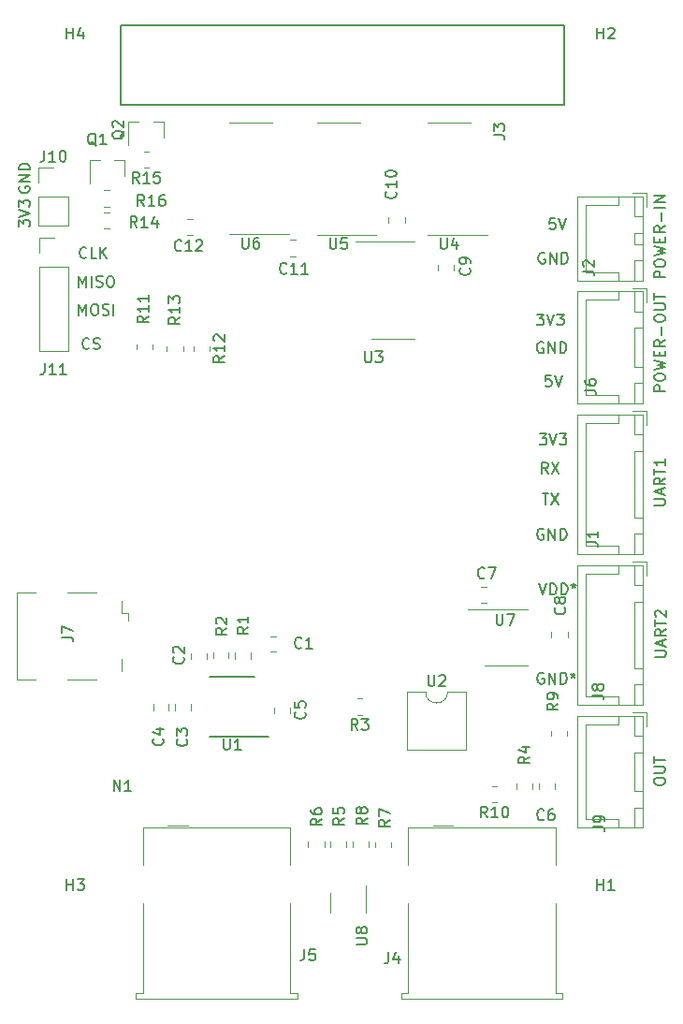
<source format=gbr>
G04 #@! TF.GenerationSoftware,KiCad,Pcbnew,5.1.10-88a1d61d58~90~ubuntu21.04.1*
G04 #@! TF.CreationDate,2021-10-21T13:00:22+03:00*
G04 #@! TF.ProjectId,klipper_nano,6b6c6970-7065-4725-9f6e-616e6f2e6b69,rev?*
G04 #@! TF.SameCoordinates,Original*
G04 #@! TF.FileFunction,Legend,Top*
G04 #@! TF.FilePolarity,Positive*
%FSLAX46Y46*%
G04 Gerber Fmt 4.6, Leading zero omitted, Abs format (unit mm)*
G04 Created by KiCad (PCBNEW 5.1.10-88a1d61d58~90~ubuntu21.04.1) date 2021-10-21 13:00:22*
%MOMM*%
%LPD*%
G01*
G04 APERTURE LIST*
%ADD10C,0.150000*%
%ADD11C,0.120000*%
G04 APERTURE END LIST*
D10*
X74273333Y-64217142D02*
X74225714Y-64264761D01*
X74082857Y-64312380D01*
X73987619Y-64312380D01*
X73844761Y-64264761D01*
X73749523Y-64169523D01*
X73701904Y-64074285D01*
X73654285Y-63883809D01*
X73654285Y-63740952D01*
X73701904Y-63550476D01*
X73749523Y-63455238D01*
X73844761Y-63360000D01*
X73987619Y-63312380D01*
X74082857Y-63312380D01*
X74225714Y-63360000D01*
X74273333Y-63407619D01*
X74654285Y-64264761D02*
X74797142Y-64312380D01*
X75035238Y-64312380D01*
X75130476Y-64264761D01*
X75178095Y-64217142D01*
X75225714Y-64121904D01*
X75225714Y-64026666D01*
X75178095Y-63931428D01*
X75130476Y-63883809D01*
X75035238Y-63836190D01*
X74844761Y-63788571D01*
X74749523Y-63740952D01*
X74701904Y-63693333D01*
X74654285Y-63598095D01*
X74654285Y-63502857D01*
X74701904Y-63407619D01*
X74749523Y-63360000D01*
X74844761Y-63312380D01*
X75082857Y-63312380D01*
X75225714Y-63360000D01*
X73338571Y-61242380D02*
X73338571Y-60242380D01*
X73671904Y-60956666D01*
X74005238Y-60242380D01*
X74005238Y-61242380D01*
X74671904Y-60242380D02*
X74862380Y-60242380D01*
X74957619Y-60290000D01*
X75052857Y-60385238D01*
X75100476Y-60575714D01*
X75100476Y-60909047D01*
X75052857Y-61099523D01*
X74957619Y-61194761D01*
X74862380Y-61242380D01*
X74671904Y-61242380D01*
X74576666Y-61194761D01*
X74481428Y-61099523D01*
X74433809Y-60909047D01*
X74433809Y-60575714D01*
X74481428Y-60385238D01*
X74576666Y-60290000D01*
X74671904Y-60242380D01*
X75481428Y-61194761D02*
X75624285Y-61242380D01*
X75862380Y-61242380D01*
X75957619Y-61194761D01*
X76005238Y-61147142D01*
X76052857Y-61051904D01*
X76052857Y-60956666D01*
X76005238Y-60861428D01*
X75957619Y-60813809D01*
X75862380Y-60766190D01*
X75671904Y-60718571D01*
X75576666Y-60670952D01*
X75529047Y-60623333D01*
X75481428Y-60528095D01*
X75481428Y-60432857D01*
X75529047Y-60337619D01*
X75576666Y-60290000D01*
X75671904Y-60242380D01*
X75910000Y-60242380D01*
X76052857Y-60290000D01*
X76481428Y-61242380D02*
X76481428Y-60242380D01*
X73338571Y-58702380D02*
X73338571Y-57702380D01*
X73671904Y-58416666D01*
X74005238Y-57702380D01*
X74005238Y-58702380D01*
X74481428Y-58702380D02*
X74481428Y-57702380D01*
X74910000Y-58654761D02*
X75052857Y-58702380D01*
X75290952Y-58702380D01*
X75386190Y-58654761D01*
X75433809Y-58607142D01*
X75481428Y-58511904D01*
X75481428Y-58416666D01*
X75433809Y-58321428D01*
X75386190Y-58273809D01*
X75290952Y-58226190D01*
X75100476Y-58178571D01*
X75005238Y-58130952D01*
X74957619Y-58083333D01*
X74910000Y-57988095D01*
X74910000Y-57892857D01*
X74957619Y-57797619D01*
X75005238Y-57750000D01*
X75100476Y-57702380D01*
X75338571Y-57702380D01*
X75481428Y-57750000D01*
X76100476Y-57702380D02*
X76290952Y-57702380D01*
X76386190Y-57750000D01*
X76481428Y-57845238D01*
X76529047Y-58035714D01*
X76529047Y-58369047D01*
X76481428Y-58559523D01*
X76386190Y-58654761D01*
X76290952Y-58702380D01*
X76100476Y-58702380D01*
X76005238Y-58654761D01*
X75910000Y-58559523D01*
X75862380Y-58369047D01*
X75862380Y-58035714D01*
X75910000Y-57845238D01*
X76005238Y-57750000D01*
X76100476Y-57702380D01*
X74024761Y-56007142D02*
X73977142Y-56054761D01*
X73834285Y-56102380D01*
X73739047Y-56102380D01*
X73596190Y-56054761D01*
X73500952Y-55959523D01*
X73453333Y-55864285D01*
X73405714Y-55673809D01*
X73405714Y-55530952D01*
X73453333Y-55340476D01*
X73500952Y-55245238D01*
X73596190Y-55150000D01*
X73739047Y-55102380D01*
X73834285Y-55102380D01*
X73977142Y-55150000D01*
X74024761Y-55197619D01*
X74929523Y-56102380D02*
X74453333Y-56102380D01*
X74453333Y-55102380D01*
X75262857Y-56102380D02*
X75262857Y-55102380D01*
X75834285Y-56102380D02*
X75405714Y-55530952D01*
X75834285Y-55102380D02*
X75262857Y-55673809D01*
X67940000Y-49631904D02*
X67892380Y-49727142D01*
X67892380Y-49870000D01*
X67940000Y-50012857D01*
X68035238Y-50108095D01*
X68130476Y-50155714D01*
X68320952Y-50203333D01*
X68463809Y-50203333D01*
X68654285Y-50155714D01*
X68749523Y-50108095D01*
X68844761Y-50012857D01*
X68892380Y-49870000D01*
X68892380Y-49774761D01*
X68844761Y-49631904D01*
X68797142Y-49584285D01*
X68463809Y-49584285D01*
X68463809Y-49774761D01*
X68892380Y-49155714D02*
X67892380Y-49155714D01*
X68892380Y-48584285D01*
X67892380Y-48584285D01*
X68892380Y-48108095D02*
X67892380Y-48108095D01*
X67892380Y-47870000D01*
X67940000Y-47727142D01*
X68035238Y-47631904D01*
X68130476Y-47584285D01*
X68320952Y-47536666D01*
X68463809Y-47536666D01*
X68654285Y-47584285D01*
X68749523Y-47631904D01*
X68844761Y-47727142D01*
X68892380Y-47870000D01*
X68892380Y-48108095D01*
X67892380Y-53248095D02*
X67892380Y-52629047D01*
X68273333Y-52962380D01*
X68273333Y-52819523D01*
X68320952Y-52724285D01*
X68368571Y-52676666D01*
X68463809Y-52629047D01*
X68701904Y-52629047D01*
X68797142Y-52676666D01*
X68844761Y-52724285D01*
X68892380Y-52819523D01*
X68892380Y-53105238D01*
X68844761Y-53200476D01*
X68797142Y-53248095D01*
X67892380Y-52343333D02*
X68892380Y-52010000D01*
X67892380Y-51676666D01*
X67892380Y-51438571D02*
X67892380Y-50819523D01*
X68273333Y-51152857D01*
X68273333Y-51010000D01*
X68320952Y-50914761D01*
X68368571Y-50867142D01*
X68463809Y-50819523D01*
X68701904Y-50819523D01*
X68797142Y-50867142D01*
X68844761Y-50914761D01*
X68892380Y-51010000D01*
X68892380Y-51295714D01*
X68844761Y-51390952D01*
X68797142Y-51438571D01*
X126402380Y-68137142D02*
X125402380Y-68137142D01*
X125402380Y-67756190D01*
X125450000Y-67660952D01*
X125497619Y-67613333D01*
X125592857Y-67565714D01*
X125735714Y-67565714D01*
X125830952Y-67613333D01*
X125878571Y-67660952D01*
X125926190Y-67756190D01*
X125926190Y-68137142D01*
X125402380Y-66946666D02*
X125402380Y-66756190D01*
X125450000Y-66660952D01*
X125545238Y-66565714D01*
X125735714Y-66518095D01*
X126069047Y-66518095D01*
X126259523Y-66565714D01*
X126354761Y-66660952D01*
X126402380Y-66756190D01*
X126402380Y-66946666D01*
X126354761Y-67041904D01*
X126259523Y-67137142D01*
X126069047Y-67184761D01*
X125735714Y-67184761D01*
X125545238Y-67137142D01*
X125450000Y-67041904D01*
X125402380Y-66946666D01*
X125402380Y-66184761D02*
X126402380Y-65946666D01*
X125688095Y-65756190D01*
X126402380Y-65565714D01*
X125402380Y-65327619D01*
X125878571Y-64946666D02*
X125878571Y-64613333D01*
X126402380Y-64470476D02*
X126402380Y-64946666D01*
X125402380Y-64946666D01*
X125402380Y-64470476D01*
X126402380Y-63470476D02*
X125926190Y-63803809D01*
X126402380Y-64041904D02*
X125402380Y-64041904D01*
X125402380Y-63660952D01*
X125450000Y-63565714D01*
X125497619Y-63518095D01*
X125592857Y-63470476D01*
X125735714Y-63470476D01*
X125830952Y-63518095D01*
X125878571Y-63565714D01*
X125926190Y-63660952D01*
X125926190Y-64041904D01*
X126021428Y-63041904D02*
X126021428Y-62280000D01*
X125402380Y-61613333D02*
X125402380Y-61422857D01*
X125450000Y-61327619D01*
X125545238Y-61232380D01*
X125735714Y-61184761D01*
X126069047Y-61184761D01*
X126259523Y-61232380D01*
X126354761Y-61327619D01*
X126402380Y-61422857D01*
X126402380Y-61613333D01*
X126354761Y-61708571D01*
X126259523Y-61803809D01*
X126069047Y-61851428D01*
X125735714Y-61851428D01*
X125545238Y-61803809D01*
X125450000Y-61708571D01*
X125402380Y-61613333D01*
X125402380Y-60756190D02*
X126211904Y-60756190D01*
X126307142Y-60708571D01*
X126354761Y-60660952D01*
X126402380Y-60565714D01*
X126402380Y-60375238D01*
X126354761Y-60280000D01*
X126307142Y-60232380D01*
X126211904Y-60184761D01*
X125402380Y-60184761D01*
X125402380Y-59851428D02*
X125402380Y-59280000D01*
X126402380Y-59565714D02*
X125402380Y-59565714D01*
X126402380Y-57830476D02*
X125402380Y-57830476D01*
X125402380Y-57449523D01*
X125450000Y-57354285D01*
X125497619Y-57306666D01*
X125592857Y-57259047D01*
X125735714Y-57259047D01*
X125830952Y-57306666D01*
X125878571Y-57354285D01*
X125926190Y-57449523D01*
X125926190Y-57830476D01*
X125402380Y-56640000D02*
X125402380Y-56449523D01*
X125450000Y-56354285D01*
X125545238Y-56259047D01*
X125735714Y-56211428D01*
X126069047Y-56211428D01*
X126259523Y-56259047D01*
X126354761Y-56354285D01*
X126402380Y-56449523D01*
X126402380Y-56640000D01*
X126354761Y-56735238D01*
X126259523Y-56830476D01*
X126069047Y-56878095D01*
X125735714Y-56878095D01*
X125545238Y-56830476D01*
X125450000Y-56735238D01*
X125402380Y-56640000D01*
X125402380Y-55878095D02*
X126402380Y-55640000D01*
X125688095Y-55449523D01*
X126402380Y-55259047D01*
X125402380Y-55020952D01*
X125878571Y-54640000D02*
X125878571Y-54306666D01*
X126402380Y-54163809D02*
X126402380Y-54640000D01*
X125402380Y-54640000D01*
X125402380Y-54163809D01*
X126402380Y-53163809D02*
X125926190Y-53497142D01*
X126402380Y-53735238D02*
X125402380Y-53735238D01*
X125402380Y-53354285D01*
X125450000Y-53259047D01*
X125497619Y-53211428D01*
X125592857Y-53163809D01*
X125735714Y-53163809D01*
X125830952Y-53211428D01*
X125878571Y-53259047D01*
X125926190Y-53354285D01*
X125926190Y-53735238D01*
X126021428Y-52735238D02*
X126021428Y-51973333D01*
X126402380Y-51497142D02*
X125402380Y-51497142D01*
X126402380Y-51020952D02*
X125402380Y-51020952D01*
X126402380Y-50449523D01*
X125402380Y-50449523D01*
X125372380Y-103500000D02*
X125372380Y-103309523D01*
X125420000Y-103214285D01*
X125515238Y-103119047D01*
X125705714Y-103071428D01*
X126039047Y-103071428D01*
X126229523Y-103119047D01*
X126324761Y-103214285D01*
X126372380Y-103309523D01*
X126372380Y-103500000D01*
X126324761Y-103595238D01*
X126229523Y-103690476D01*
X126039047Y-103738095D01*
X125705714Y-103738095D01*
X125515238Y-103690476D01*
X125420000Y-103595238D01*
X125372380Y-103500000D01*
X125372380Y-102642857D02*
X126181904Y-102642857D01*
X126277142Y-102595238D01*
X126324761Y-102547619D01*
X126372380Y-102452380D01*
X126372380Y-102261904D01*
X126324761Y-102166666D01*
X126277142Y-102119047D01*
X126181904Y-102071428D01*
X125372380Y-102071428D01*
X125372380Y-101738095D02*
X125372380Y-101166666D01*
X126372380Y-101452380D02*
X125372380Y-101452380D01*
X115397142Y-93640000D02*
X115301904Y-93592380D01*
X115159047Y-93592380D01*
X115016190Y-93640000D01*
X114920952Y-93735238D01*
X114873333Y-93830476D01*
X114825714Y-94020952D01*
X114825714Y-94163809D01*
X114873333Y-94354285D01*
X114920952Y-94449523D01*
X115016190Y-94544761D01*
X115159047Y-94592380D01*
X115254285Y-94592380D01*
X115397142Y-94544761D01*
X115444761Y-94497142D01*
X115444761Y-94163809D01*
X115254285Y-94163809D01*
X115873333Y-94592380D02*
X115873333Y-93592380D01*
X116444761Y-94592380D01*
X116444761Y-93592380D01*
X116920952Y-94592380D02*
X116920952Y-93592380D01*
X117159047Y-93592380D01*
X117301904Y-93640000D01*
X117397142Y-93735238D01*
X117444761Y-93830476D01*
X117492380Y-94020952D01*
X117492380Y-94163809D01*
X117444761Y-94354285D01*
X117397142Y-94449523D01*
X117301904Y-94544761D01*
X117159047Y-94592380D01*
X116920952Y-94592380D01*
X118063809Y-93592380D02*
X118063809Y-93830476D01*
X117825714Y-93735238D02*
X118063809Y-93830476D01*
X118301904Y-93735238D01*
X117920952Y-94020952D02*
X118063809Y-93830476D01*
X118206666Y-94020952D01*
X114975714Y-85522380D02*
X115309047Y-86522380D01*
X115642380Y-85522380D01*
X115975714Y-86522380D02*
X115975714Y-85522380D01*
X116213809Y-85522380D01*
X116356666Y-85570000D01*
X116451904Y-85665238D01*
X116499523Y-85760476D01*
X116547142Y-85950952D01*
X116547142Y-86093809D01*
X116499523Y-86284285D01*
X116451904Y-86379523D01*
X116356666Y-86474761D01*
X116213809Y-86522380D01*
X115975714Y-86522380D01*
X116975714Y-86522380D02*
X116975714Y-85522380D01*
X117213809Y-85522380D01*
X117356666Y-85570000D01*
X117451904Y-85665238D01*
X117499523Y-85760476D01*
X117547142Y-85950952D01*
X117547142Y-86093809D01*
X117499523Y-86284285D01*
X117451904Y-86379523D01*
X117356666Y-86474761D01*
X117213809Y-86522380D01*
X116975714Y-86522380D01*
X118118571Y-85522380D02*
X118118571Y-85760476D01*
X117880476Y-85665238D02*
X118118571Y-85760476D01*
X118356666Y-85665238D01*
X117975714Y-85950952D02*
X118118571Y-85760476D01*
X118261428Y-85950952D01*
X125462380Y-92141428D02*
X126271904Y-92141428D01*
X126367142Y-92093809D01*
X126414761Y-92046190D01*
X126462380Y-91950952D01*
X126462380Y-91760476D01*
X126414761Y-91665238D01*
X126367142Y-91617619D01*
X126271904Y-91570000D01*
X125462380Y-91570000D01*
X126176666Y-91141428D02*
X126176666Y-90665238D01*
X126462380Y-91236666D02*
X125462380Y-90903333D01*
X126462380Y-90570000D01*
X126462380Y-89665238D02*
X125986190Y-89998571D01*
X126462380Y-90236666D02*
X125462380Y-90236666D01*
X125462380Y-89855714D01*
X125510000Y-89760476D01*
X125557619Y-89712857D01*
X125652857Y-89665238D01*
X125795714Y-89665238D01*
X125890952Y-89712857D01*
X125938571Y-89760476D01*
X125986190Y-89855714D01*
X125986190Y-90236666D01*
X125462380Y-89379523D02*
X125462380Y-88808095D01*
X126462380Y-89093809D02*
X125462380Y-89093809D01*
X125557619Y-88522380D02*
X125510000Y-88474761D01*
X125462380Y-88379523D01*
X125462380Y-88141428D01*
X125510000Y-88046190D01*
X125557619Y-87998571D01*
X125652857Y-87950952D01*
X125748095Y-87950952D01*
X125890952Y-87998571D01*
X126462380Y-88570000D01*
X126462380Y-87950952D01*
X115368095Y-80600000D02*
X115272857Y-80552380D01*
X115130000Y-80552380D01*
X114987142Y-80600000D01*
X114891904Y-80695238D01*
X114844285Y-80790476D01*
X114796666Y-80980952D01*
X114796666Y-81123809D01*
X114844285Y-81314285D01*
X114891904Y-81409523D01*
X114987142Y-81504761D01*
X115130000Y-81552380D01*
X115225238Y-81552380D01*
X115368095Y-81504761D01*
X115415714Y-81457142D01*
X115415714Y-81123809D01*
X115225238Y-81123809D01*
X115844285Y-81552380D02*
X115844285Y-80552380D01*
X116415714Y-81552380D01*
X116415714Y-80552380D01*
X116891904Y-81552380D02*
X116891904Y-80552380D01*
X117130000Y-80552380D01*
X117272857Y-80600000D01*
X117368095Y-80695238D01*
X117415714Y-80790476D01*
X117463333Y-80980952D01*
X117463333Y-81123809D01*
X117415714Y-81314285D01*
X117368095Y-81409523D01*
X117272857Y-81504761D01*
X117130000Y-81552380D01*
X116891904Y-81552380D01*
X115278095Y-77402380D02*
X115849523Y-77402380D01*
X115563809Y-78402380D02*
X115563809Y-77402380D01*
X116087619Y-77402380D02*
X116754285Y-78402380D01*
X116754285Y-77402380D02*
X116087619Y-78402380D01*
X115783333Y-75572380D02*
X115450000Y-75096190D01*
X115211904Y-75572380D02*
X115211904Y-74572380D01*
X115592857Y-74572380D01*
X115688095Y-74620000D01*
X115735714Y-74667619D01*
X115783333Y-74762857D01*
X115783333Y-74905714D01*
X115735714Y-75000952D01*
X115688095Y-75048571D01*
X115592857Y-75096190D01*
X115211904Y-75096190D01*
X116116666Y-74572380D02*
X116783333Y-75572380D01*
X116783333Y-74572380D02*
X116116666Y-75572380D01*
X115031904Y-71972380D02*
X115650952Y-71972380D01*
X115317619Y-72353333D01*
X115460476Y-72353333D01*
X115555714Y-72400952D01*
X115603333Y-72448571D01*
X115650952Y-72543809D01*
X115650952Y-72781904D01*
X115603333Y-72877142D01*
X115555714Y-72924761D01*
X115460476Y-72972380D01*
X115174761Y-72972380D01*
X115079523Y-72924761D01*
X115031904Y-72877142D01*
X115936666Y-71972380D02*
X116270000Y-72972380D01*
X116603333Y-71972380D01*
X116841428Y-71972380D02*
X117460476Y-71972380D01*
X117127142Y-72353333D01*
X117270000Y-72353333D01*
X117365238Y-72400952D01*
X117412857Y-72448571D01*
X117460476Y-72543809D01*
X117460476Y-72781904D01*
X117412857Y-72877142D01*
X117365238Y-72924761D01*
X117270000Y-72972380D01*
X116984285Y-72972380D01*
X116889047Y-72924761D01*
X116841428Y-72877142D01*
X125382380Y-78451428D02*
X126191904Y-78451428D01*
X126287142Y-78403809D01*
X126334761Y-78356190D01*
X126382380Y-78260952D01*
X126382380Y-78070476D01*
X126334761Y-77975238D01*
X126287142Y-77927619D01*
X126191904Y-77880000D01*
X125382380Y-77880000D01*
X126096666Y-77451428D02*
X126096666Y-76975238D01*
X126382380Y-77546666D02*
X125382380Y-77213333D01*
X126382380Y-76880000D01*
X126382380Y-75975238D02*
X125906190Y-76308571D01*
X126382380Y-76546666D02*
X125382380Y-76546666D01*
X125382380Y-76165714D01*
X125430000Y-76070476D01*
X125477619Y-76022857D01*
X125572857Y-75975238D01*
X125715714Y-75975238D01*
X125810952Y-76022857D01*
X125858571Y-76070476D01*
X125906190Y-76165714D01*
X125906190Y-76546666D01*
X125382380Y-75689523D02*
X125382380Y-75118095D01*
X126382380Y-75403809D02*
X125382380Y-75403809D01*
X126382380Y-74260952D02*
X126382380Y-74832380D01*
X126382380Y-74546666D02*
X125382380Y-74546666D01*
X125525238Y-74641904D01*
X125620476Y-74737142D01*
X125668095Y-74832380D01*
X116059523Y-66682380D02*
X115583333Y-66682380D01*
X115535714Y-67158571D01*
X115583333Y-67110952D01*
X115678571Y-67063333D01*
X115916666Y-67063333D01*
X116011904Y-67110952D01*
X116059523Y-67158571D01*
X116107142Y-67253809D01*
X116107142Y-67491904D01*
X116059523Y-67587142D01*
X116011904Y-67634761D01*
X115916666Y-67682380D01*
X115678571Y-67682380D01*
X115583333Y-67634761D01*
X115535714Y-67587142D01*
X116392857Y-66682380D02*
X116726190Y-67682380D01*
X117059523Y-66682380D01*
X115348095Y-63720000D02*
X115252857Y-63672380D01*
X115110000Y-63672380D01*
X114967142Y-63720000D01*
X114871904Y-63815238D01*
X114824285Y-63910476D01*
X114776666Y-64100952D01*
X114776666Y-64243809D01*
X114824285Y-64434285D01*
X114871904Y-64529523D01*
X114967142Y-64624761D01*
X115110000Y-64672380D01*
X115205238Y-64672380D01*
X115348095Y-64624761D01*
X115395714Y-64577142D01*
X115395714Y-64243809D01*
X115205238Y-64243809D01*
X115824285Y-64672380D02*
X115824285Y-63672380D01*
X116395714Y-64672380D01*
X116395714Y-63672380D01*
X116871904Y-64672380D02*
X116871904Y-63672380D01*
X117110000Y-63672380D01*
X117252857Y-63720000D01*
X117348095Y-63815238D01*
X117395714Y-63910476D01*
X117443333Y-64100952D01*
X117443333Y-64243809D01*
X117395714Y-64434285D01*
X117348095Y-64529523D01*
X117252857Y-64624761D01*
X117110000Y-64672380D01*
X116871904Y-64672380D01*
X114781904Y-61152380D02*
X115400952Y-61152380D01*
X115067619Y-61533333D01*
X115210476Y-61533333D01*
X115305714Y-61580952D01*
X115353333Y-61628571D01*
X115400952Y-61723809D01*
X115400952Y-61961904D01*
X115353333Y-62057142D01*
X115305714Y-62104761D01*
X115210476Y-62152380D01*
X114924761Y-62152380D01*
X114829523Y-62104761D01*
X114781904Y-62057142D01*
X115686666Y-61152380D02*
X116020000Y-62152380D01*
X116353333Y-61152380D01*
X116591428Y-61152380D02*
X117210476Y-61152380D01*
X116877142Y-61533333D01*
X117020000Y-61533333D01*
X117115238Y-61580952D01*
X117162857Y-61628571D01*
X117210476Y-61723809D01*
X117210476Y-61961904D01*
X117162857Y-62057142D01*
X117115238Y-62104761D01*
X117020000Y-62152380D01*
X116734285Y-62152380D01*
X116639047Y-62104761D01*
X116591428Y-62057142D01*
X115488095Y-55630000D02*
X115392857Y-55582380D01*
X115250000Y-55582380D01*
X115107142Y-55630000D01*
X115011904Y-55725238D01*
X114964285Y-55820476D01*
X114916666Y-56010952D01*
X114916666Y-56153809D01*
X114964285Y-56344285D01*
X115011904Y-56439523D01*
X115107142Y-56534761D01*
X115250000Y-56582380D01*
X115345238Y-56582380D01*
X115488095Y-56534761D01*
X115535714Y-56487142D01*
X115535714Y-56153809D01*
X115345238Y-56153809D01*
X115964285Y-56582380D02*
X115964285Y-55582380D01*
X116535714Y-56582380D01*
X116535714Y-55582380D01*
X117011904Y-56582380D02*
X117011904Y-55582380D01*
X117250000Y-55582380D01*
X117392857Y-55630000D01*
X117488095Y-55725238D01*
X117535714Y-55820476D01*
X117583333Y-56010952D01*
X117583333Y-56153809D01*
X117535714Y-56344285D01*
X117488095Y-56439523D01*
X117392857Y-56534761D01*
X117250000Y-56582380D01*
X117011904Y-56582380D01*
X116419523Y-52482380D02*
X115943333Y-52482380D01*
X115895714Y-52958571D01*
X115943333Y-52910952D01*
X116038571Y-52863333D01*
X116276666Y-52863333D01*
X116371904Y-52910952D01*
X116419523Y-52958571D01*
X116467142Y-53053809D01*
X116467142Y-53291904D01*
X116419523Y-53387142D01*
X116371904Y-53434761D01*
X116276666Y-53482380D01*
X116038571Y-53482380D01*
X115943333Y-53434761D01*
X115895714Y-53387142D01*
X116752857Y-52482380D02*
X117086190Y-53482380D01*
X117419523Y-52482380D01*
D11*
X83108748Y-53985000D02*
X83631252Y-53985000D01*
X83108748Y-52515000D02*
X83631252Y-52515000D01*
X92468748Y-55905000D02*
X92991252Y-55905000D01*
X92468748Y-54435000D02*
X92991252Y-54435000D01*
X101345000Y-52348748D02*
X101345000Y-52871252D01*
X102815000Y-52348748D02*
X102815000Y-52871252D01*
X107295000Y-57241252D02*
X107295000Y-56718748D01*
X105825000Y-57241252D02*
X105825000Y-56718748D01*
X75610436Y-51435000D02*
X76064564Y-51435000D01*
X75610436Y-49965000D02*
X76064564Y-49965000D01*
X79649564Y-46465000D02*
X79195436Y-46465000D01*
X79649564Y-47935000D02*
X79195436Y-47935000D01*
X75616436Y-53441000D02*
X76070564Y-53441000D01*
X75616436Y-51971000D02*
X76070564Y-51971000D01*
X80990000Y-43710000D02*
X80990000Y-45170000D01*
X77830000Y-43710000D02*
X77830000Y-45870000D01*
X77830000Y-43710000D02*
X78760000Y-43710000D01*
X80990000Y-43710000D02*
X80060000Y-43710000D01*
X77470000Y-47200000D02*
X77470000Y-48660000D01*
X74310000Y-47200000D02*
X74310000Y-49360000D01*
X74310000Y-47200000D02*
X75240000Y-47200000D01*
X77470000Y-47200000D02*
X76540000Y-47200000D01*
X69750000Y-54230000D02*
X71080000Y-54230000D01*
X69750000Y-55560000D02*
X69750000Y-54230000D01*
X69750000Y-56830000D02*
X72410000Y-56830000D01*
X72410000Y-56830000D02*
X72410000Y-64510000D01*
X69750000Y-56830000D02*
X69750000Y-64510000D01*
X69750000Y-64510000D02*
X72410000Y-64510000D01*
X69690000Y-47910000D02*
X71020000Y-47910000D01*
X69690000Y-49240000D02*
X69690000Y-47910000D01*
X69690000Y-50510000D02*
X72350000Y-50510000D01*
X72350000Y-50510000D02*
X72350000Y-53110000D01*
X69690000Y-50510000D02*
X69690000Y-53110000D01*
X69690000Y-53110000D02*
X72350000Y-53110000D01*
X82765000Y-64062936D02*
X82765000Y-64517064D01*
X81295000Y-64062936D02*
X81295000Y-64517064D01*
X85155000Y-64042936D02*
X85155000Y-64497064D01*
X83685000Y-64042936D02*
X83685000Y-64497064D01*
X80031000Y-63908936D02*
X80031000Y-64363064D01*
X78561000Y-63908936D02*
X78561000Y-64363064D01*
X111174564Y-105315000D02*
X110720436Y-105315000D01*
X111174564Y-103845000D02*
X110720436Y-103845000D01*
X117535000Y-98870436D02*
X117535000Y-99324564D01*
X116065000Y-98870436D02*
X116065000Y-99324564D01*
X105410000Y-107400000D02*
X107210000Y-107400000D01*
X117120000Y-122580000D02*
X116470000Y-122580000D01*
X102500000Y-122580000D02*
X102500000Y-123100000D01*
X116470000Y-114470000D02*
X116470000Y-122580000D01*
X102500000Y-123100000D02*
X117120000Y-123100000D01*
X117120000Y-123100000D02*
X117120000Y-122580000D01*
X116470000Y-107620000D02*
X116470000Y-110950000D01*
X103150000Y-107620000D02*
X103150000Y-110950000D01*
X103150000Y-107620000D02*
X116470000Y-107620000D01*
X103150000Y-122580000D02*
X102500000Y-122580000D01*
X103150000Y-122580000D02*
X103150000Y-114470000D01*
X99340000Y-115310000D02*
X99340000Y-112860000D01*
X96120000Y-113510000D02*
X96120000Y-115310000D01*
X98085000Y-108880436D02*
X98085000Y-109334564D01*
X99555000Y-108880436D02*
X99555000Y-109334564D01*
X100115000Y-108910436D02*
X100115000Y-109364564D01*
X101585000Y-108910436D02*
X101585000Y-109364564D01*
X94075000Y-108875436D02*
X94075000Y-109329564D01*
X95545000Y-108875436D02*
X95545000Y-109329564D01*
X96075000Y-108895436D02*
X96075000Y-109349564D01*
X97545000Y-108895436D02*
X97545000Y-109349564D01*
X116105000Y-90401252D02*
X116105000Y-89878748D01*
X117575000Y-90401252D02*
X117575000Y-89878748D01*
X112010000Y-92940000D02*
X113960000Y-92940000D01*
X112010000Y-92940000D02*
X110060000Y-92940000D01*
X112010000Y-87820000D02*
X113960000Y-87820000D01*
X112010000Y-87820000D02*
X108560000Y-87820000D01*
X110261252Y-87305000D02*
X109738748Y-87305000D01*
X110261252Y-85835000D02*
X109738748Y-85835000D01*
X114395000Y-103620436D02*
X114395000Y-104074564D01*
X112925000Y-103620436D02*
X112925000Y-104074564D01*
X124400000Y-59100000D02*
X118430000Y-59100000D01*
X118430000Y-59100000D02*
X118430000Y-69220000D01*
X118430000Y-69220000D02*
X124400000Y-69220000D01*
X124400000Y-69220000D02*
X124400000Y-59100000D01*
X124390000Y-62410000D02*
X123640000Y-62410000D01*
X123640000Y-62410000D02*
X123640000Y-65910000D01*
X123640000Y-65910000D02*
X124390000Y-65910000D01*
X124390000Y-65910000D02*
X124390000Y-62410000D01*
X124390000Y-59110000D02*
X123640000Y-59110000D01*
X123640000Y-59110000D02*
X123640000Y-60910000D01*
X123640000Y-60910000D02*
X124390000Y-60910000D01*
X124390000Y-60910000D02*
X124390000Y-59110000D01*
X124390000Y-67410000D02*
X123640000Y-67410000D01*
X123640000Y-67410000D02*
X123640000Y-69210000D01*
X123640000Y-69210000D02*
X124390000Y-69210000D01*
X124390000Y-69210000D02*
X124390000Y-67410000D01*
X122140000Y-59110000D02*
X122140000Y-59860000D01*
X122140000Y-59860000D02*
X119190000Y-59860000D01*
X119190000Y-59860000D02*
X119190000Y-64160000D01*
X122140000Y-69210000D02*
X122140000Y-68460000D01*
X122140000Y-68460000D02*
X119190000Y-68460000D01*
X119190000Y-68460000D02*
X119190000Y-64160000D01*
X124690000Y-60060000D02*
X124690000Y-58810000D01*
X124690000Y-58810000D02*
X123440000Y-58810000D01*
X67728000Y-94224000D02*
X69388000Y-94224000D01*
X67728000Y-86304000D02*
X67728000Y-94224000D01*
X69388000Y-86304000D02*
X67728000Y-86304000D01*
X77198000Y-92314000D02*
X77198000Y-93464000D01*
X77788000Y-88214000D02*
X77788000Y-88914000D01*
X77198000Y-88214000D02*
X77788000Y-88214000D01*
X77198000Y-87064000D02*
X77198000Y-88214000D01*
X74888000Y-94224000D02*
X72288000Y-94224000D01*
X72288000Y-86304000D02*
X74888000Y-86304000D01*
X81390000Y-107400000D02*
X83190000Y-107400000D01*
X93100000Y-122580000D02*
X92450000Y-122580000D01*
X78480000Y-122580000D02*
X78480000Y-123100000D01*
X92450000Y-114470000D02*
X92450000Y-122580000D01*
X78480000Y-123100000D02*
X93100000Y-123100000D01*
X93100000Y-123100000D02*
X93100000Y-122580000D01*
X92450000Y-107620000D02*
X92450000Y-110950000D01*
X79130000Y-107620000D02*
X79130000Y-110950000D01*
X79130000Y-107620000D02*
X92450000Y-107620000D01*
X79130000Y-122580000D02*
X78480000Y-122580000D01*
X79130000Y-122580000D02*
X79130000Y-114470000D01*
X88880000Y-43810000D02*
X86930000Y-43810000D01*
X88880000Y-43810000D02*
X90830000Y-43810000D01*
X88880000Y-53930000D02*
X86930000Y-53930000D01*
X88880000Y-53930000D02*
X92330000Y-53930000D01*
X96810000Y-43840000D02*
X94860000Y-43840000D01*
X96810000Y-43840000D02*
X98760000Y-43840000D01*
X96810000Y-53960000D02*
X94860000Y-53960000D01*
X96810000Y-53960000D02*
X100260000Y-53960000D01*
X106820000Y-43850000D02*
X104870000Y-43850000D01*
X106820000Y-43850000D02*
X108770000Y-43850000D01*
X106820000Y-53970000D02*
X104870000Y-53970000D01*
X106820000Y-53970000D02*
X110270000Y-53970000D01*
X101790000Y-63425000D02*
X103740000Y-63425000D01*
X101790000Y-63425000D02*
X99840000Y-63425000D01*
X101790000Y-54555000D02*
X103740000Y-54555000D01*
X101790000Y-54555000D02*
X98340000Y-54555000D01*
D10*
X117208000Y-42126000D02*
X117208000Y-34996000D01*
X117208000Y-34996000D02*
X77148000Y-34996000D01*
X77148000Y-34996000D02*
X77148000Y-42186000D01*
X77148000Y-42186000D02*
X117208000Y-42186000D01*
X117208000Y-42186000D02*
X117208000Y-42106000D01*
D11*
X124400000Y-50490000D02*
X118430000Y-50490000D01*
X118430000Y-50490000D02*
X118430000Y-58110000D01*
X118430000Y-58110000D02*
X124400000Y-58110000D01*
X124400000Y-58110000D02*
X124400000Y-50490000D01*
X124390000Y-53800000D02*
X123640000Y-53800000D01*
X123640000Y-53800000D02*
X123640000Y-54800000D01*
X123640000Y-54800000D02*
X124390000Y-54800000D01*
X124390000Y-54800000D02*
X124390000Y-53800000D01*
X124390000Y-50500000D02*
X123640000Y-50500000D01*
X123640000Y-50500000D02*
X123640000Y-52300000D01*
X123640000Y-52300000D02*
X124390000Y-52300000D01*
X124390000Y-52300000D02*
X124390000Y-50500000D01*
X124390000Y-56300000D02*
X123640000Y-56300000D01*
X123640000Y-56300000D02*
X123640000Y-58100000D01*
X123640000Y-58100000D02*
X124390000Y-58100000D01*
X124390000Y-58100000D02*
X124390000Y-56300000D01*
X122140000Y-50500000D02*
X122140000Y-51250000D01*
X122140000Y-51250000D02*
X119190000Y-51250000D01*
X119190000Y-51250000D02*
X119190000Y-54300000D01*
X122140000Y-58100000D02*
X122140000Y-57350000D01*
X122140000Y-57350000D02*
X119190000Y-57350000D01*
X119190000Y-57350000D02*
X119190000Y-54300000D01*
X124690000Y-51450000D02*
X124690000Y-50200000D01*
X124690000Y-50200000D02*
X123440000Y-50200000D01*
X124690000Y-69930000D02*
X123440000Y-69930000D01*
X124690000Y-71180000D02*
X124690000Y-69930000D01*
X119190000Y-82080000D02*
X119190000Y-76530000D01*
X122140000Y-82080000D02*
X119190000Y-82080000D01*
X122140000Y-82830000D02*
X122140000Y-82080000D01*
X119190000Y-70980000D02*
X119190000Y-76530000D01*
X122140000Y-70980000D02*
X119190000Y-70980000D01*
X122140000Y-70230000D02*
X122140000Y-70980000D01*
X124390000Y-82830000D02*
X124390000Y-81030000D01*
X123640000Y-82830000D02*
X124390000Y-82830000D01*
X123640000Y-81030000D02*
X123640000Y-82830000D01*
X124390000Y-81030000D02*
X123640000Y-81030000D01*
X124390000Y-72030000D02*
X124390000Y-70230000D01*
X123640000Y-72030000D02*
X124390000Y-72030000D01*
X123640000Y-70230000D02*
X123640000Y-72030000D01*
X124390000Y-70230000D02*
X123640000Y-70230000D01*
X124390000Y-79530000D02*
X124390000Y-73530000D01*
X123640000Y-79530000D02*
X124390000Y-79530000D01*
X123640000Y-73530000D02*
X123640000Y-79530000D01*
X124390000Y-73530000D02*
X123640000Y-73530000D01*
X124400000Y-82840000D02*
X124400000Y-70220000D01*
X118430000Y-82840000D02*
X124400000Y-82840000D01*
X118430000Y-70220000D02*
X118430000Y-82840000D01*
X124400000Y-70220000D02*
X118430000Y-70220000D01*
X104704000Y-95332000D02*
X103054000Y-95332000D01*
X103054000Y-95332000D02*
X103054000Y-100532000D01*
X103054000Y-100532000D02*
X108354000Y-100532000D01*
X108354000Y-100532000D02*
X108354000Y-95332000D01*
X108354000Y-95332000D02*
X106704000Y-95332000D01*
X106704000Y-95332000D02*
G75*
G02*
X104704000Y-95332000I-1000000J0D01*
G01*
X98969564Y-97397000D02*
X98515436Y-97397000D01*
X98969564Y-95927000D02*
X98515436Y-95927000D01*
X124400000Y-97490000D02*
X118430000Y-97490000D01*
X118430000Y-97490000D02*
X118430000Y-107610000D01*
X118430000Y-107610000D02*
X124400000Y-107610000D01*
X124400000Y-107610000D02*
X124400000Y-97490000D01*
X124390000Y-100800000D02*
X123640000Y-100800000D01*
X123640000Y-100800000D02*
X123640000Y-104300000D01*
X123640000Y-104300000D02*
X124390000Y-104300000D01*
X124390000Y-104300000D02*
X124390000Y-100800000D01*
X124390000Y-97500000D02*
X123640000Y-97500000D01*
X123640000Y-97500000D02*
X123640000Y-99300000D01*
X123640000Y-99300000D02*
X124390000Y-99300000D01*
X124390000Y-99300000D02*
X124390000Y-97500000D01*
X124390000Y-105800000D02*
X123640000Y-105800000D01*
X123640000Y-105800000D02*
X123640000Y-107600000D01*
X123640000Y-107600000D02*
X124390000Y-107600000D01*
X124390000Y-107600000D02*
X124390000Y-105800000D01*
X122140000Y-97500000D02*
X122140000Y-98250000D01*
X122140000Y-98250000D02*
X119190000Y-98250000D01*
X119190000Y-98250000D02*
X119190000Y-102550000D01*
X122140000Y-107600000D02*
X122140000Y-106850000D01*
X122140000Y-106850000D02*
X119190000Y-106850000D01*
X119190000Y-106850000D02*
X119190000Y-102550000D01*
X124690000Y-98450000D02*
X124690000Y-97200000D01*
X124690000Y-97200000D02*
X123440000Y-97200000D01*
X116419000Y-103602748D02*
X116419000Y-104125252D01*
X114949000Y-103602748D02*
X114949000Y-104125252D01*
X124690000Y-83570000D02*
X123440000Y-83570000D01*
X124690000Y-84820000D02*
X124690000Y-83570000D01*
X119190000Y-95720000D02*
X119190000Y-90170000D01*
X122140000Y-95720000D02*
X119190000Y-95720000D01*
X122140000Y-96470000D02*
X122140000Y-95720000D01*
X119190000Y-84620000D02*
X119190000Y-90170000D01*
X122140000Y-84620000D02*
X119190000Y-84620000D01*
X122140000Y-83870000D02*
X122140000Y-84620000D01*
X124390000Y-96470000D02*
X124390000Y-94670000D01*
X123640000Y-96470000D02*
X124390000Y-96470000D01*
X123640000Y-94670000D02*
X123640000Y-96470000D01*
X124390000Y-94670000D02*
X123640000Y-94670000D01*
X124390000Y-85670000D02*
X124390000Y-83870000D01*
X123640000Y-85670000D02*
X124390000Y-85670000D01*
X123640000Y-83870000D02*
X123640000Y-85670000D01*
X124390000Y-83870000D02*
X123640000Y-83870000D01*
X124390000Y-93170000D02*
X124390000Y-87170000D01*
X123640000Y-93170000D02*
X124390000Y-93170000D01*
X123640000Y-87170000D02*
X123640000Y-93170000D01*
X124390000Y-87170000D02*
X123640000Y-87170000D01*
X124400000Y-96480000D02*
X124400000Y-83860000D01*
X118430000Y-96480000D02*
X124400000Y-96480000D01*
X118430000Y-83860000D02*
X118430000Y-96480000D01*
X124400000Y-83860000D02*
X118430000Y-83860000D01*
D10*
X89190000Y-93935000D02*
X85190000Y-93935000D01*
X90465000Y-99335000D02*
X85190000Y-99335000D01*
D11*
X85470000Y-92301078D02*
X85470000Y-91783922D01*
X86890000Y-92301078D02*
X86890000Y-91783922D01*
X87470000Y-92311078D02*
X87470000Y-91793922D01*
X88890000Y-92311078D02*
X88890000Y-91793922D01*
X92460000Y-96713922D02*
X92460000Y-97231078D01*
X91040000Y-96713922D02*
X91040000Y-97231078D01*
X81470000Y-96443922D02*
X81470000Y-96961078D01*
X80050000Y-96443922D02*
X80050000Y-96961078D01*
X83430000Y-96443922D02*
X83430000Y-96961078D01*
X82010000Y-96443922D02*
X82010000Y-96961078D01*
X84880000Y-91823922D02*
X84880000Y-92341078D01*
X83460000Y-91823922D02*
X83460000Y-92341078D01*
X91161078Y-91700000D02*
X90643922Y-91700000D01*
X91161078Y-90280000D02*
X90643922Y-90280000D01*
D10*
X82617142Y-55357142D02*
X82569523Y-55404761D01*
X82426666Y-55452380D01*
X82331428Y-55452380D01*
X82188571Y-55404761D01*
X82093333Y-55309523D01*
X82045714Y-55214285D01*
X81998095Y-55023809D01*
X81998095Y-54880952D01*
X82045714Y-54690476D01*
X82093333Y-54595238D01*
X82188571Y-54500000D01*
X82331428Y-54452380D01*
X82426666Y-54452380D01*
X82569523Y-54500000D01*
X82617142Y-54547619D01*
X83569523Y-55452380D02*
X82998095Y-55452380D01*
X83283809Y-55452380D02*
X83283809Y-54452380D01*
X83188571Y-54595238D01*
X83093333Y-54690476D01*
X82998095Y-54738095D01*
X83950476Y-54547619D02*
X83998095Y-54500000D01*
X84093333Y-54452380D01*
X84331428Y-54452380D01*
X84426666Y-54500000D01*
X84474285Y-54547619D01*
X84521904Y-54642857D01*
X84521904Y-54738095D01*
X84474285Y-54880952D01*
X83902857Y-55452380D01*
X84521904Y-55452380D01*
X92137142Y-57417142D02*
X92089523Y-57464761D01*
X91946666Y-57512380D01*
X91851428Y-57512380D01*
X91708571Y-57464761D01*
X91613333Y-57369523D01*
X91565714Y-57274285D01*
X91518095Y-57083809D01*
X91518095Y-56940952D01*
X91565714Y-56750476D01*
X91613333Y-56655238D01*
X91708571Y-56560000D01*
X91851428Y-56512380D01*
X91946666Y-56512380D01*
X92089523Y-56560000D01*
X92137142Y-56607619D01*
X93089523Y-57512380D02*
X92518095Y-57512380D01*
X92803809Y-57512380D02*
X92803809Y-56512380D01*
X92708571Y-56655238D01*
X92613333Y-56750476D01*
X92518095Y-56798095D01*
X94041904Y-57512380D02*
X93470476Y-57512380D01*
X93756190Y-57512380D02*
X93756190Y-56512380D01*
X93660952Y-56655238D01*
X93565714Y-56750476D01*
X93470476Y-56798095D01*
X101977142Y-50072857D02*
X102024761Y-50120476D01*
X102072380Y-50263333D01*
X102072380Y-50358571D01*
X102024761Y-50501428D01*
X101929523Y-50596666D01*
X101834285Y-50644285D01*
X101643809Y-50691904D01*
X101500952Y-50691904D01*
X101310476Y-50644285D01*
X101215238Y-50596666D01*
X101120000Y-50501428D01*
X101072380Y-50358571D01*
X101072380Y-50263333D01*
X101120000Y-50120476D01*
X101167619Y-50072857D01*
X102072380Y-49120476D02*
X102072380Y-49691904D01*
X102072380Y-49406190D02*
X101072380Y-49406190D01*
X101215238Y-49501428D01*
X101310476Y-49596666D01*
X101358095Y-49691904D01*
X101072380Y-48501428D02*
X101072380Y-48406190D01*
X101120000Y-48310952D01*
X101167619Y-48263333D01*
X101262857Y-48215714D01*
X101453333Y-48168095D01*
X101691428Y-48168095D01*
X101881904Y-48215714D01*
X101977142Y-48263333D01*
X102024761Y-48310952D01*
X102072380Y-48406190D01*
X102072380Y-48501428D01*
X102024761Y-48596666D01*
X101977142Y-48644285D01*
X101881904Y-48691904D01*
X101691428Y-48739523D01*
X101453333Y-48739523D01*
X101262857Y-48691904D01*
X101167619Y-48644285D01*
X101120000Y-48596666D01*
X101072380Y-48501428D01*
X108677142Y-56996666D02*
X108724761Y-57044285D01*
X108772380Y-57187142D01*
X108772380Y-57282380D01*
X108724761Y-57425238D01*
X108629523Y-57520476D01*
X108534285Y-57568095D01*
X108343809Y-57615714D01*
X108200952Y-57615714D01*
X108010476Y-57568095D01*
X107915238Y-57520476D01*
X107820000Y-57425238D01*
X107772380Y-57282380D01*
X107772380Y-57187142D01*
X107820000Y-57044285D01*
X107867619Y-56996666D01*
X108772380Y-56520476D02*
X108772380Y-56330000D01*
X108724761Y-56234761D01*
X108677142Y-56187142D01*
X108534285Y-56091904D01*
X108343809Y-56044285D01*
X107962857Y-56044285D01*
X107867619Y-56091904D01*
X107820000Y-56139523D01*
X107772380Y-56234761D01*
X107772380Y-56425238D01*
X107820000Y-56520476D01*
X107867619Y-56568095D01*
X107962857Y-56615714D01*
X108200952Y-56615714D01*
X108296190Y-56568095D01*
X108343809Y-56520476D01*
X108391428Y-56425238D01*
X108391428Y-56234761D01*
X108343809Y-56139523D01*
X108296190Y-56091904D01*
X108200952Y-56044285D01*
X79247142Y-51352380D02*
X78913809Y-50876190D01*
X78675714Y-51352380D02*
X78675714Y-50352380D01*
X79056666Y-50352380D01*
X79151904Y-50400000D01*
X79199523Y-50447619D01*
X79247142Y-50542857D01*
X79247142Y-50685714D01*
X79199523Y-50780952D01*
X79151904Y-50828571D01*
X79056666Y-50876190D01*
X78675714Y-50876190D01*
X80199523Y-51352380D02*
X79628095Y-51352380D01*
X79913809Y-51352380D02*
X79913809Y-50352380D01*
X79818571Y-50495238D01*
X79723333Y-50590476D01*
X79628095Y-50638095D01*
X81056666Y-50352380D02*
X80866190Y-50352380D01*
X80770952Y-50400000D01*
X80723333Y-50447619D01*
X80628095Y-50590476D01*
X80580476Y-50780952D01*
X80580476Y-51161904D01*
X80628095Y-51257142D01*
X80675714Y-51304761D01*
X80770952Y-51352380D01*
X80961428Y-51352380D01*
X81056666Y-51304761D01*
X81104285Y-51257142D01*
X81151904Y-51161904D01*
X81151904Y-50923809D01*
X81104285Y-50828571D01*
X81056666Y-50780952D01*
X80961428Y-50733333D01*
X80770952Y-50733333D01*
X80675714Y-50780952D01*
X80628095Y-50828571D01*
X80580476Y-50923809D01*
X78779642Y-49302380D02*
X78446309Y-48826190D01*
X78208214Y-49302380D02*
X78208214Y-48302380D01*
X78589166Y-48302380D01*
X78684404Y-48350000D01*
X78732023Y-48397619D01*
X78779642Y-48492857D01*
X78779642Y-48635714D01*
X78732023Y-48730952D01*
X78684404Y-48778571D01*
X78589166Y-48826190D01*
X78208214Y-48826190D01*
X79732023Y-49302380D02*
X79160595Y-49302380D01*
X79446309Y-49302380D02*
X79446309Y-48302380D01*
X79351071Y-48445238D01*
X79255833Y-48540476D01*
X79160595Y-48588095D01*
X80636785Y-48302380D02*
X80160595Y-48302380D01*
X80112976Y-48778571D01*
X80160595Y-48730952D01*
X80255833Y-48683333D01*
X80493928Y-48683333D01*
X80589166Y-48730952D01*
X80636785Y-48778571D01*
X80684404Y-48873809D01*
X80684404Y-49111904D01*
X80636785Y-49207142D01*
X80589166Y-49254761D01*
X80493928Y-49302380D01*
X80255833Y-49302380D01*
X80160595Y-49254761D01*
X80112976Y-49207142D01*
X78597142Y-53312380D02*
X78263809Y-52836190D01*
X78025714Y-53312380D02*
X78025714Y-52312380D01*
X78406666Y-52312380D01*
X78501904Y-52360000D01*
X78549523Y-52407619D01*
X78597142Y-52502857D01*
X78597142Y-52645714D01*
X78549523Y-52740952D01*
X78501904Y-52788571D01*
X78406666Y-52836190D01*
X78025714Y-52836190D01*
X79549523Y-53312380D02*
X78978095Y-53312380D01*
X79263809Y-53312380D02*
X79263809Y-52312380D01*
X79168571Y-52455238D01*
X79073333Y-52550476D01*
X78978095Y-52598095D01*
X80406666Y-52645714D02*
X80406666Y-53312380D01*
X80168571Y-52264761D02*
X79930476Y-52979047D01*
X80549523Y-52979047D01*
X77457619Y-44565238D02*
X77410000Y-44660476D01*
X77314761Y-44755714D01*
X77171904Y-44898571D01*
X77124285Y-44993809D01*
X77124285Y-45089047D01*
X77362380Y-45041428D02*
X77314761Y-45136666D01*
X77219523Y-45231904D01*
X77029047Y-45279523D01*
X76695714Y-45279523D01*
X76505238Y-45231904D01*
X76410000Y-45136666D01*
X76362380Y-45041428D01*
X76362380Y-44850952D01*
X76410000Y-44755714D01*
X76505238Y-44660476D01*
X76695714Y-44612857D01*
X77029047Y-44612857D01*
X77219523Y-44660476D01*
X77314761Y-44755714D01*
X77362380Y-44850952D01*
X77362380Y-45041428D01*
X76457619Y-44231904D02*
X76410000Y-44184285D01*
X76362380Y-44089047D01*
X76362380Y-43850952D01*
X76410000Y-43755714D01*
X76457619Y-43708095D01*
X76552857Y-43660476D01*
X76648095Y-43660476D01*
X76790952Y-43708095D01*
X77362380Y-44279523D01*
X77362380Y-43660476D01*
X74904761Y-45907619D02*
X74809523Y-45860000D01*
X74714285Y-45764761D01*
X74571428Y-45621904D01*
X74476190Y-45574285D01*
X74380952Y-45574285D01*
X74428571Y-45812380D02*
X74333333Y-45764761D01*
X74238095Y-45669523D01*
X74190476Y-45479047D01*
X74190476Y-45145714D01*
X74238095Y-44955238D01*
X74333333Y-44860000D01*
X74428571Y-44812380D01*
X74619047Y-44812380D01*
X74714285Y-44860000D01*
X74809523Y-44955238D01*
X74857142Y-45145714D01*
X74857142Y-45479047D01*
X74809523Y-45669523D01*
X74714285Y-45764761D01*
X74619047Y-45812380D01*
X74428571Y-45812380D01*
X75809523Y-45812380D02*
X75238095Y-45812380D01*
X75523809Y-45812380D02*
X75523809Y-44812380D01*
X75428571Y-44955238D01*
X75333333Y-45050476D01*
X75238095Y-45098095D01*
X70240476Y-65622380D02*
X70240476Y-66336666D01*
X70192857Y-66479523D01*
X70097619Y-66574761D01*
X69954761Y-66622380D01*
X69859523Y-66622380D01*
X71240476Y-66622380D02*
X70669047Y-66622380D01*
X70954761Y-66622380D02*
X70954761Y-65622380D01*
X70859523Y-65765238D01*
X70764285Y-65860476D01*
X70669047Y-65908095D01*
X72192857Y-66622380D02*
X71621428Y-66622380D01*
X71907142Y-66622380D02*
X71907142Y-65622380D01*
X71811904Y-65765238D01*
X71716666Y-65860476D01*
X71621428Y-65908095D01*
X70210476Y-46362380D02*
X70210476Y-47076666D01*
X70162857Y-47219523D01*
X70067619Y-47314761D01*
X69924761Y-47362380D01*
X69829523Y-47362380D01*
X71210476Y-47362380D02*
X70639047Y-47362380D01*
X70924761Y-47362380D02*
X70924761Y-46362380D01*
X70829523Y-46505238D01*
X70734285Y-46600476D01*
X70639047Y-46648095D01*
X71829523Y-46362380D02*
X71924761Y-46362380D01*
X72020000Y-46410000D01*
X72067619Y-46457619D01*
X72115238Y-46552857D01*
X72162857Y-46743333D01*
X72162857Y-46981428D01*
X72115238Y-47171904D01*
X72067619Y-47267142D01*
X72020000Y-47314761D01*
X71924761Y-47362380D01*
X71829523Y-47362380D01*
X71734285Y-47314761D01*
X71686666Y-47267142D01*
X71639047Y-47171904D01*
X71591428Y-46981428D01*
X71591428Y-46743333D01*
X71639047Y-46552857D01*
X71686666Y-46457619D01*
X71734285Y-46410000D01*
X71829523Y-46362380D01*
X82472380Y-61432857D02*
X81996190Y-61766190D01*
X82472380Y-62004285D02*
X81472380Y-62004285D01*
X81472380Y-61623333D01*
X81520000Y-61528095D01*
X81567619Y-61480476D01*
X81662857Y-61432857D01*
X81805714Y-61432857D01*
X81900952Y-61480476D01*
X81948571Y-61528095D01*
X81996190Y-61623333D01*
X81996190Y-62004285D01*
X82472380Y-60480476D02*
X82472380Y-61051904D01*
X82472380Y-60766190D02*
X81472380Y-60766190D01*
X81615238Y-60861428D01*
X81710476Y-60956666D01*
X81758095Y-61051904D01*
X81472380Y-60147142D02*
X81472380Y-59528095D01*
X81853333Y-59861428D01*
X81853333Y-59718571D01*
X81900952Y-59623333D01*
X81948571Y-59575714D01*
X82043809Y-59528095D01*
X82281904Y-59528095D01*
X82377142Y-59575714D01*
X82424761Y-59623333D01*
X82472380Y-59718571D01*
X82472380Y-60004285D01*
X82424761Y-60099523D01*
X82377142Y-60147142D01*
X86522380Y-64912857D02*
X86046190Y-65246190D01*
X86522380Y-65484285D02*
X85522380Y-65484285D01*
X85522380Y-65103333D01*
X85570000Y-65008095D01*
X85617619Y-64960476D01*
X85712857Y-64912857D01*
X85855714Y-64912857D01*
X85950952Y-64960476D01*
X85998571Y-65008095D01*
X86046190Y-65103333D01*
X86046190Y-65484285D01*
X86522380Y-63960476D02*
X86522380Y-64531904D01*
X86522380Y-64246190D02*
X85522380Y-64246190D01*
X85665238Y-64341428D01*
X85760476Y-64436666D01*
X85808095Y-64531904D01*
X85617619Y-63579523D02*
X85570000Y-63531904D01*
X85522380Y-63436666D01*
X85522380Y-63198571D01*
X85570000Y-63103333D01*
X85617619Y-63055714D01*
X85712857Y-63008095D01*
X85808095Y-63008095D01*
X85950952Y-63055714D01*
X86522380Y-63627142D01*
X86522380Y-63008095D01*
X79622380Y-61332857D02*
X79146190Y-61666190D01*
X79622380Y-61904285D02*
X78622380Y-61904285D01*
X78622380Y-61523333D01*
X78670000Y-61428095D01*
X78717619Y-61380476D01*
X78812857Y-61332857D01*
X78955714Y-61332857D01*
X79050952Y-61380476D01*
X79098571Y-61428095D01*
X79146190Y-61523333D01*
X79146190Y-61904285D01*
X79622380Y-60380476D02*
X79622380Y-60951904D01*
X79622380Y-60666190D02*
X78622380Y-60666190D01*
X78765238Y-60761428D01*
X78860476Y-60856666D01*
X78908095Y-60951904D01*
X79622380Y-59428095D02*
X79622380Y-59999523D01*
X79622380Y-59713809D02*
X78622380Y-59713809D01*
X78765238Y-59809047D01*
X78860476Y-59904285D01*
X78908095Y-59999523D01*
X110304642Y-106682380D02*
X109971309Y-106206190D01*
X109733214Y-106682380D02*
X109733214Y-105682380D01*
X110114166Y-105682380D01*
X110209404Y-105730000D01*
X110257023Y-105777619D01*
X110304642Y-105872857D01*
X110304642Y-106015714D01*
X110257023Y-106110952D01*
X110209404Y-106158571D01*
X110114166Y-106206190D01*
X109733214Y-106206190D01*
X111257023Y-106682380D02*
X110685595Y-106682380D01*
X110971309Y-106682380D02*
X110971309Y-105682380D01*
X110876071Y-105825238D01*
X110780833Y-105920476D01*
X110685595Y-105968095D01*
X111876071Y-105682380D02*
X111971309Y-105682380D01*
X112066547Y-105730000D01*
X112114166Y-105777619D01*
X112161785Y-105872857D01*
X112209404Y-106063333D01*
X112209404Y-106301428D01*
X112161785Y-106491904D01*
X112114166Y-106587142D01*
X112066547Y-106634761D01*
X111971309Y-106682380D01*
X111876071Y-106682380D01*
X111780833Y-106634761D01*
X111733214Y-106587142D01*
X111685595Y-106491904D01*
X111637976Y-106301428D01*
X111637976Y-106063333D01*
X111685595Y-105872857D01*
X111733214Y-105777619D01*
X111780833Y-105730000D01*
X111876071Y-105682380D01*
X116692380Y-96386666D02*
X116216190Y-96720000D01*
X116692380Y-96958095D02*
X115692380Y-96958095D01*
X115692380Y-96577142D01*
X115740000Y-96481904D01*
X115787619Y-96434285D01*
X115882857Y-96386666D01*
X116025714Y-96386666D01*
X116120952Y-96434285D01*
X116168571Y-96481904D01*
X116216190Y-96577142D01*
X116216190Y-96958095D01*
X116692380Y-95910476D02*
X116692380Y-95720000D01*
X116644761Y-95624761D01*
X116597142Y-95577142D01*
X116454285Y-95481904D01*
X116263809Y-95434285D01*
X115882857Y-95434285D01*
X115787619Y-95481904D01*
X115740000Y-95529523D01*
X115692380Y-95624761D01*
X115692380Y-95815238D01*
X115740000Y-95910476D01*
X115787619Y-95958095D01*
X115882857Y-96005714D01*
X116120952Y-96005714D01*
X116216190Y-95958095D01*
X116263809Y-95910476D01*
X116311428Y-95815238D01*
X116311428Y-95624761D01*
X116263809Y-95529523D01*
X116216190Y-95481904D01*
X116120952Y-95434285D01*
X101366666Y-118872380D02*
X101366666Y-119586666D01*
X101319047Y-119729523D01*
X101223809Y-119824761D01*
X101080952Y-119872380D01*
X100985714Y-119872380D01*
X102271428Y-119205714D02*
X102271428Y-119872380D01*
X102033333Y-118824761D02*
X101795238Y-119539047D01*
X102414285Y-119539047D01*
X98412380Y-118161904D02*
X99221904Y-118161904D01*
X99317142Y-118114285D01*
X99364761Y-118066666D01*
X99412380Y-117971428D01*
X99412380Y-117780952D01*
X99364761Y-117685714D01*
X99317142Y-117638095D01*
X99221904Y-117590476D01*
X98412380Y-117590476D01*
X98840952Y-116971428D02*
X98793333Y-117066666D01*
X98745714Y-117114285D01*
X98650476Y-117161904D01*
X98602857Y-117161904D01*
X98507619Y-117114285D01*
X98460000Y-117066666D01*
X98412380Y-116971428D01*
X98412380Y-116780952D01*
X98460000Y-116685714D01*
X98507619Y-116638095D01*
X98602857Y-116590476D01*
X98650476Y-116590476D01*
X98745714Y-116638095D01*
X98793333Y-116685714D01*
X98840952Y-116780952D01*
X98840952Y-116971428D01*
X98888571Y-117066666D01*
X98936190Y-117114285D01*
X99031428Y-117161904D01*
X99221904Y-117161904D01*
X99317142Y-117114285D01*
X99364761Y-117066666D01*
X99412380Y-116971428D01*
X99412380Y-116780952D01*
X99364761Y-116685714D01*
X99317142Y-116638095D01*
X99221904Y-116590476D01*
X99031428Y-116590476D01*
X98936190Y-116638095D01*
X98888571Y-116685714D01*
X98840952Y-116780952D01*
X99432380Y-106716666D02*
X98956190Y-107050000D01*
X99432380Y-107288095D02*
X98432380Y-107288095D01*
X98432380Y-106907142D01*
X98480000Y-106811904D01*
X98527619Y-106764285D01*
X98622857Y-106716666D01*
X98765714Y-106716666D01*
X98860952Y-106764285D01*
X98908571Y-106811904D01*
X98956190Y-106907142D01*
X98956190Y-107288095D01*
X98860952Y-106145238D02*
X98813333Y-106240476D01*
X98765714Y-106288095D01*
X98670476Y-106335714D01*
X98622857Y-106335714D01*
X98527619Y-106288095D01*
X98480000Y-106240476D01*
X98432380Y-106145238D01*
X98432380Y-105954761D01*
X98480000Y-105859523D01*
X98527619Y-105811904D01*
X98622857Y-105764285D01*
X98670476Y-105764285D01*
X98765714Y-105811904D01*
X98813333Y-105859523D01*
X98860952Y-105954761D01*
X98860952Y-106145238D01*
X98908571Y-106240476D01*
X98956190Y-106288095D01*
X99051428Y-106335714D01*
X99241904Y-106335714D01*
X99337142Y-106288095D01*
X99384761Y-106240476D01*
X99432380Y-106145238D01*
X99432380Y-105954761D01*
X99384761Y-105859523D01*
X99337142Y-105811904D01*
X99241904Y-105764285D01*
X99051428Y-105764285D01*
X98956190Y-105811904D01*
X98908571Y-105859523D01*
X98860952Y-105954761D01*
X101462380Y-106896666D02*
X100986190Y-107230000D01*
X101462380Y-107468095D02*
X100462380Y-107468095D01*
X100462380Y-107087142D01*
X100510000Y-106991904D01*
X100557619Y-106944285D01*
X100652857Y-106896666D01*
X100795714Y-106896666D01*
X100890952Y-106944285D01*
X100938571Y-106991904D01*
X100986190Y-107087142D01*
X100986190Y-107468095D01*
X100462380Y-106563333D02*
X100462380Y-105896666D01*
X101462380Y-106325238D01*
X95302380Y-106796666D02*
X94826190Y-107130000D01*
X95302380Y-107368095D02*
X94302380Y-107368095D01*
X94302380Y-106987142D01*
X94350000Y-106891904D01*
X94397619Y-106844285D01*
X94492857Y-106796666D01*
X94635714Y-106796666D01*
X94730952Y-106844285D01*
X94778571Y-106891904D01*
X94826190Y-106987142D01*
X94826190Y-107368095D01*
X94302380Y-105939523D02*
X94302380Y-106130000D01*
X94350000Y-106225238D01*
X94397619Y-106272857D01*
X94540476Y-106368095D01*
X94730952Y-106415714D01*
X95111904Y-106415714D01*
X95207142Y-106368095D01*
X95254761Y-106320476D01*
X95302380Y-106225238D01*
X95302380Y-106034761D01*
X95254761Y-105939523D01*
X95207142Y-105891904D01*
X95111904Y-105844285D01*
X94873809Y-105844285D01*
X94778571Y-105891904D01*
X94730952Y-105939523D01*
X94683333Y-106034761D01*
X94683333Y-106225238D01*
X94730952Y-106320476D01*
X94778571Y-106368095D01*
X94873809Y-106415714D01*
X97352380Y-106736666D02*
X96876190Y-107070000D01*
X97352380Y-107308095D02*
X96352380Y-107308095D01*
X96352380Y-106927142D01*
X96400000Y-106831904D01*
X96447619Y-106784285D01*
X96542857Y-106736666D01*
X96685714Y-106736666D01*
X96780952Y-106784285D01*
X96828571Y-106831904D01*
X96876190Y-106927142D01*
X96876190Y-107308095D01*
X96352380Y-105831904D02*
X96352380Y-106308095D01*
X96828571Y-106355714D01*
X96780952Y-106308095D01*
X96733333Y-106212857D01*
X96733333Y-105974761D01*
X96780952Y-105879523D01*
X96828571Y-105831904D01*
X96923809Y-105784285D01*
X97161904Y-105784285D01*
X97257142Y-105831904D01*
X97304761Y-105879523D01*
X97352380Y-105974761D01*
X97352380Y-106212857D01*
X97304761Y-106308095D01*
X97257142Y-106355714D01*
X117277142Y-87696666D02*
X117324761Y-87744285D01*
X117372380Y-87887142D01*
X117372380Y-87982380D01*
X117324761Y-88125238D01*
X117229523Y-88220476D01*
X117134285Y-88268095D01*
X116943809Y-88315714D01*
X116800952Y-88315714D01*
X116610476Y-88268095D01*
X116515238Y-88220476D01*
X116420000Y-88125238D01*
X116372380Y-87982380D01*
X116372380Y-87887142D01*
X116420000Y-87744285D01*
X116467619Y-87696666D01*
X116800952Y-87125238D02*
X116753333Y-87220476D01*
X116705714Y-87268095D01*
X116610476Y-87315714D01*
X116562857Y-87315714D01*
X116467619Y-87268095D01*
X116420000Y-87220476D01*
X116372380Y-87125238D01*
X116372380Y-86934761D01*
X116420000Y-86839523D01*
X116467619Y-86791904D01*
X116562857Y-86744285D01*
X116610476Y-86744285D01*
X116705714Y-86791904D01*
X116753333Y-86839523D01*
X116800952Y-86934761D01*
X116800952Y-87125238D01*
X116848571Y-87220476D01*
X116896190Y-87268095D01*
X116991428Y-87315714D01*
X117181904Y-87315714D01*
X117277142Y-87268095D01*
X117324761Y-87220476D01*
X117372380Y-87125238D01*
X117372380Y-86934761D01*
X117324761Y-86839523D01*
X117277142Y-86791904D01*
X117181904Y-86744285D01*
X116991428Y-86744285D01*
X116896190Y-86791904D01*
X116848571Y-86839523D01*
X116800952Y-86934761D01*
X111118095Y-88262380D02*
X111118095Y-89071904D01*
X111165714Y-89167142D01*
X111213333Y-89214761D01*
X111308571Y-89262380D01*
X111499047Y-89262380D01*
X111594285Y-89214761D01*
X111641904Y-89167142D01*
X111689523Y-89071904D01*
X111689523Y-88262380D01*
X112070476Y-88262380D02*
X112737142Y-88262380D01*
X112308571Y-89262380D01*
X110043333Y-84977142D02*
X109995714Y-85024761D01*
X109852857Y-85072380D01*
X109757619Y-85072380D01*
X109614761Y-85024761D01*
X109519523Y-84929523D01*
X109471904Y-84834285D01*
X109424285Y-84643809D01*
X109424285Y-84500952D01*
X109471904Y-84310476D01*
X109519523Y-84215238D01*
X109614761Y-84120000D01*
X109757619Y-84072380D01*
X109852857Y-84072380D01*
X109995714Y-84120000D01*
X110043333Y-84167619D01*
X110376666Y-84072380D02*
X111043333Y-84072380D01*
X110614761Y-85072380D01*
X114122380Y-101196666D02*
X113646190Y-101530000D01*
X114122380Y-101768095D02*
X113122380Y-101768095D01*
X113122380Y-101387142D01*
X113170000Y-101291904D01*
X113217619Y-101244285D01*
X113312857Y-101196666D01*
X113455714Y-101196666D01*
X113550952Y-101244285D01*
X113598571Y-101291904D01*
X113646190Y-101387142D01*
X113646190Y-101768095D01*
X113455714Y-100339523D02*
X114122380Y-100339523D01*
X113074761Y-100577619D02*
X113789047Y-100815714D01*
X113789047Y-100196666D01*
X119112380Y-68013333D02*
X119826666Y-68013333D01*
X119969523Y-68060952D01*
X120064761Y-68156190D01*
X120112380Y-68299047D01*
X120112380Y-68394285D01*
X119112380Y-67108571D02*
X119112380Y-67299047D01*
X119160000Y-67394285D01*
X119207619Y-67441904D01*
X119350476Y-67537142D01*
X119540952Y-67584761D01*
X119921904Y-67584761D01*
X120017142Y-67537142D01*
X120064761Y-67489523D01*
X120112380Y-67394285D01*
X120112380Y-67203809D01*
X120064761Y-67108571D01*
X120017142Y-67060952D01*
X119921904Y-67013333D01*
X119683809Y-67013333D01*
X119588571Y-67060952D01*
X119540952Y-67108571D01*
X119493333Y-67203809D01*
X119493333Y-67394285D01*
X119540952Y-67489523D01*
X119588571Y-67537142D01*
X119683809Y-67584761D01*
X71812380Y-90393333D02*
X72526666Y-90393333D01*
X72669523Y-90440952D01*
X72764761Y-90536190D01*
X72812380Y-90679047D01*
X72812380Y-90774285D01*
X71812380Y-90012380D02*
X71812380Y-89345714D01*
X72812380Y-89774285D01*
X93736666Y-118602380D02*
X93736666Y-119316666D01*
X93689047Y-119459523D01*
X93593809Y-119554761D01*
X93450952Y-119602380D01*
X93355714Y-119602380D01*
X94689047Y-118602380D02*
X94212857Y-118602380D01*
X94165238Y-119078571D01*
X94212857Y-119030952D01*
X94308095Y-118983333D01*
X94546190Y-118983333D01*
X94641428Y-119030952D01*
X94689047Y-119078571D01*
X94736666Y-119173809D01*
X94736666Y-119411904D01*
X94689047Y-119507142D01*
X94641428Y-119554761D01*
X94546190Y-119602380D01*
X94308095Y-119602380D01*
X94212857Y-119554761D01*
X94165238Y-119507142D01*
X88118095Y-54222380D02*
X88118095Y-55031904D01*
X88165714Y-55127142D01*
X88213333Y-55174761D01*
X88308571Y-55222380D01*
X88499047Y-55222380D01*
X88594285Y-55174761D01*
X88641904Y-55127142D01*
X88689523Y-55031904D01*
X88689523Y-54222380D01*
X89594285Y-54222380D02*
X89403809Y-54222380D01*
X89308571Y-54270000D01*
X89260952Y-54317619D01*
X89165714Y-54460476D01*
X89118095Y-54650952D01*
X89118095Y-55031904D01*
X89165714Y-55127142D01*
X89213333Y-55174761D01*
X89308571Y-55222380D01*
X89499047Y-55222380D01*
X89594285Y-55174761D01*
X89641904Y-55127142D01*
X89689523Y-55031904D01*
X89689523Y-54793809D01*
X89641904Y-54698571D01*
X89594285Y-54650952D01*
X89499047Y-54603333D01*
X89308571Y-54603333D01*
X89213333Y-54650952D01*
X89165714Y-54698571D01*
X89118095Y-54793809D01*
X96048095Y-54252380D02*
X96048095Y-55061904D01*
X96095714Y-55157142D01*
X96143333Y-55204761D01*
X96238571Y-55252380D01*
X96429047Y-55252380D01*
X96524285Y-55204761D01*
X96571904Y-55157142D01*
X96619523Y-55061904D01*
X96619523Y-54252380D01*
X97571904Y-54252380D02*
X97095714Y-54252380D01*
X97048095Y-54728571D01*
X97095714Y-54680952D01*
X97190952Y-54633333D01*
X97429047Y-54633333D01*
X97524285Y-54680952D01*
X97571904Y-54728571D01*
X97619523Y-54823809D01*
X97619523Y-55061904D01*
X97571904Y-55157142D01*
X97524285Y-55204761D01*
X97429047Y-55252380D01*
X97190952Y-55252380D01*
X97095714Y-55204761D01*
X97048095Y-55157142D01*
X106058095Y-54262380D02*
X106058095Y-55071904D01*
X106105714Y-55167142D01*
X106153333Y-55214761D01*
X106248571Y-55262380D01*
X106439047Y-55262380D01*
X106534285Y-55214761D01*
X106581904Y-55167142D01*
X106629523Y-55071904D01*
X106629523Y-54262380D01*
X107534285Y-54595714D02*
X107534285Y-55262380D01*
X107296190Y-54214761D02*
X107058095Y-54929047D01*
X107677142Y-54929047D01*
X99218095Y-64532380D02*
X99218095Y-65341904D01*
X99265714Y-65437142D01*
X99313333Y-65484761D01*
X99408571Y-65532380D01*
X99599047Y-65532380D01*
X99694285Y-65484761D01*
X99741904Y-65437142D01*
X99789523Y-65341904D01*
X99789523Y-64532380D01*
X100170476Y-64532380D02*
X100789523Y-64532380D01*
X100456190Y-64913333D01*
X100599047Y-64913333D01*
X100694285Y-64960952D01*
X100741904Y-65008571D01*
X100789523Y-65103809D01*
X100789523Y-65341904D01*
X100741904Y-65437142D01*
X100694285Y-65484761D01*
X100599047Y-65532380D01*
X100313333Y-65532380D01*
X100218095Y-65484761D01*
X100170476Y-65437142D01*
X110860380Y-44939333D02*
X111574666Y-44939333D01*
X111717523Y-44986952D01*
X111812761Y-45082190D01*
X111860380Y-45225047D01*
X111860380Y-45320285D01*
X110860380Y-44558380D02*
X110860380Y-43939333D01*
X111241333Y-44272666D01*
X111241333Y-44129809D01*
X111288952Y-44034571D01*
X111336571Y-43986952D01*
X111431809Y-43939333D01*
X111669904Y-43939333D01*
X111765142Y-43986952D01*
X111812761Y-44034571D01*
X111860380Y-44129809D01*
X111860380Y-44415523D01*
X111812761Y-44510761D01*
X111765142Y-44558380D01*
X118972380Y-57283333D02*
X119686666Y-57283333D01*
X119829523Y-57330952D01*
X119924761Y-57426190D01*
X119972380Y-57569047D01*
X119972380Y-57664285D01*
X119067619Y-56854761D02*
X119020000Y-56807142D01*
X118972380Y-56711904D01*
X118972380Y-56473809D01*
X119020000Y-56378571D01*
X119067619Y-56330952D01*
X119162857Y-56283333D01*
X119258095Y-56283333D01*
X119400952Y-56330952D01*
X119972380Y-56902380D01*
X119972380Y-56283333D01*
X76488095Y-104292380D02*
X76488095Y-103292380D01*
X77059523Y-104292380D01*
X77059523Y-103292380D01*
X78059523Y-104292380D02*
X77488095Y-104292380D01*
X77773809Y-104292380D02*
X77773809Y-103292380D01*
X77678571Y-103435238D01*
X77583333Y-103530476D01*
X77488095Y-103578095D01*
X119312380Y-81793333D02*
X120026666Y-81793333D01*
X120169523Y-81840952D01*
X120264761Y-81936190D01*
X120312380Y-82079047D01*
X120312380Y-82174285D01*
X120312380Y-80793333D02*
X120312380Y-81364761D01*
X120312380Y-81079047D02*
X119312380Y-81079047D01*
X119455238Y-81174285D01*
X119550476Y-81269523D01*
X119598095Y-81364761D01*
X72238095Y-36252380D02*
X72238095Y-35252380D01*
X72238095Y-35728571D02*
X72809523Y-35728571D01*
X72809523Y-36252380D02*
X72809523Y-35252380D01*
X73714285Y-35585714D02*
X73714285Y-36252380D01*
X73476190Y-35204761D02*
X73238095Y-35919047D01*
X73857142Y-35919047D01*
X72238095Y-113252380D02*
X72238095Y-112252380D01*
X72238095Y-112728571D02*
X72809523Y-112728571D01*
X72809523Y-113252380D02*
X72809523Y-112252380D01*
X73190476Y-112252380D02*
X73809523Y-112252380D01*
X73476190Y-112633333D01*
X73619047Y-112633333D01*
X73714285Y-112680952D01*
X73761904Y-112728571D01*
X73809523Y-112823809D01*
X73809523Y-113061904D01*
X73761904Y-113157142D01*
X73714285Y-113204761D01*
X73619047Y-113252380D01*
X73333333Y-113252380D01*
X73238095Y-113204761D01*
X73190476Y-113157142D01*
X120238095Y-36252380D02*
X120238095Y-35252380D01*
X120238095Y-35728571D02*
X120809523Y-35728571D01*
X120809523Y-36252380D02*
X120809523Y-35252380D01*
X121238095Y-35347619D02*
X121285714Y-35300000D01*
X121380952Y-35252380D01*
X121619047Y-35252380D01*
X121714285Y-35300000D01*
X121761904Y-35347619D01*
X121809523Y-35442857D01*
X121809523Y-35538095D01*
X121761904Y-35680952D01*
X121190476Y-36252380D01*
X121809523Y-36252380D01*
X120238095Y-113252380D02*
X120238095Y-112252380D01*
X120238095Y-112728571D02*
X120809523Y-112728571D01*
X120809523Y-113252380D02*
X120809523Y-112252380D01*
X121809523Y-113252380D02*
X121238095Y-113252380D01*
X121523809Y-113252380D02*
X121523809Y-112252380D01*
X121428571Y-112395238D01*
X121333333Y-112490476D01*
X121238095Y-112538095D01*
X104942095Y-93784380D02*
X104942095Y-94593904D01*
X104989714Y-94689142D01*
X105037333Y-94736761D01*
X105132571Y-94784380D01*
X105323047Y-94784380D01*
X105418285Y-94736761D01*
X105465904Y-94689142D01*
X105513523Y-94593904D01*
X105513523Y-93784380D01*
X105942095Y-93879619D02*
X105989714Y-93832000D01*
X106084952Y-93784380D01*
X106323047Y-93784380D01*
X106418285Y-93832000D01*
X106465904Y-93879619D01*
X106513523Y-93974857D01*
X106513523Y-94070095D01*
X106465904Y-94212952D01*
X105894476Y-94784380D01*
X106513523Y-94784380D01*
X98575833Y-98764380D02*
X98242500Y-98288190D01*
X98004404Y-98764380D02*
X98004404Y-97764380D01*
X98385357Y-97764380D01*
X98480595Y-97812000D01*
X98528214Y-97859619D01*
X98575833Y-97954857D01*
X98575833Y-98097714D01*
X98528214Y-98192952D01*
X98480595Y-98240571D01*
X98385357Y-98288190D01*
X98004404Y-98288190D01*
X98909166Y-97764380D02*
X99528214Y-97764380D01*
X99194880Y-98145333D01*
X99337738Y-98145333D01*
X99432976Y-98192952D01*
X99480595Y-98240571D01*
X99528214Y-98335809D01*
X99528214Y-98573904D01*
X99480595Y-98669142D01*
X99432976Y-98716761D01*
X99337738Y-98764380D01*
X99052023Y-98764380D01*
X98956785Y-98716761D01*
X98909166Y-98669142D01*
X119902380Y-107543333D02*
X120616666Y-107543333D01*
X120759523Y-107590952D01*
X120854761Y-107686190D01*
X120902380Y-107829047D01*
X120902380Y-107924285D01*
X120902380Y-107019523D02*
X120902380Y-106829047D01*
X120854761Y-106733809D01*
X120807142Y-106686190D01*
X120664285Y-106590952D01*
X120473809Y-106543333D01*
X120092857Y-106543333D01*
X119997619Y-106590952D01*
X119950000Y-106638571D01*
X119902380Y-106733809D01*
X119902380Y-106924285D01*
X119950000Y-107019523D01*
X119997619Y-107067142D01*
X120092857Y-107114761D01*
X120330952Y-107114761D01*
X120426190Y-107067142D01*
X120473809Y-107019523D01*
X120521428Y-106924285D01*
X120521428Y-106733809D01*
X120473809Y-106638571D01*
X120426190Y-106590952D01*
X120330952Y-106543333D01*
X115413333Y-106837142D02*
X115365714Y-106884761D01*
X115222857Y-106932380D01*
X115127619Y-106932380D01*
X114984761Y-106884761D01*
X114889523Y-106789523D01*
X114841904Y-106694285D01*
X114794285Y-106503809D01*
X114794285Y-106360952D01*
X114841904Y-106170476D01*
X114889523Y-106075238D01*
X114984761Y-105980000D01*
X115127619Y-105932380D01*
X115222857Y-105932380D01*
X115365714Y-105980000D01*
X115413333Y-106027619D01*
X116270476Y-105932380D02*
X116080000Y-105932380D01*
X115984761Y-105980000D01*
X115937142Y-106027619D01*
X115841904Y-106170476D01*
X115794285Y-106360952D01*
X115794285Y-106741904D01*
X115841904Y-106837142D01*
X115889523Y-106884761D01*
X115984761Y-106932380D01*
X116175238Y-106932380D01*
X116270476Y-106884761D01*
X116318095Y-106837142D01*
X116365714Y-106741904D01*
X116365714Y-106503809D01*
X116318095Y-106408571D01*
X116270476Y-106360952D01*
X116175238Y-106313333D01*
X115984761Y-106313333D01*
X115889523Y-106360952D01*
X115841904Y-106408571D01*
X115794285Y-106503809D01*
X119812380Y-95613333D02*
X120526666Y-95613333D01*
X120669523Y-95660952D01*
X120764761Y-95756190D01*
X120812380Y-95899047D01*
X120812380Y-95994285D01*
X120240952Y-94994285D02*
X120193333Y-95089523D01*
X120145714Y-95137142D01*
X120050476Y-95184761D01*
X120002857Y-95184761D01*
X119907619Y-95137142D01*
X119860000Y-95089523D01*
X119812380Y-94994285D01*
X119812380Y-94803809D01*
X119860000Y-94708571D01*
X119907619Y-94660952D01*
X120002857Y-94613333D01*
X120050476Y-94613333D01*
X120145714Y-94660952D01*
X120193333Y-94708571D01*
X120240952Y-94803809D01*
X120240952Y-94994285D01*
X120288571Y-95089523D01*
X120336190Y-95137142D01*
X120431428Y-95184761D01*
X120621904Y-95184761D01*
X120717142Y-95137142D01*
X120764761Y-95089523D01*
X120812380Y-94994285D01*
X120812380Y-94803809D01*
X120764761Y-94708571D01*
X120717142Y-94660952D01*
X120621904Y-94613333D01*
X120431428Y-94613333D01*
X120336190Y-94660952D01*
X120288571Y-94708571D01*
X120240952Y-94803809D01*
X86428095Y-99562380D02*
X86428095Y-100371904D01*
X86475714Y-100467142D01*
X86523333Y-100514761D01*
X86618571Y-100562380D01*
X86809047Y-100562380D01*
X86904285Y-100514761D01*
X86951904Y-100467142D01*
X86999523Y-100371904D01*
X86999523Y-99562380D01*
X87999523Y-100562380D02*
X87428095Y-100562380D01*
X87713809Y-100562380D02*
X87713809Y-99562380D01*
X87618571Y-99705238D01*
X87523333Y-99800476D01*
X87428095Y-99848095D01*
X86712380Y-89536666D02*
X86236190Y-89870000D01*
X86712380Y-90108095D02*
X85712380Y-90108095D01*
X85712380Y-89727142D01*
X85760000Y-89631904D01*
X85807619Y-89584285D01*
X85902857Y-89536666D01*
X86045714Y-89536666D01*
X86140952Y-89584285D01*
X86188571Y-89631904D01*
X86236190Y-89727142D01*
X86236190Y-90108095D01*
X85807619Y-89155714D02*
X85760000Y-89108095D01*
X85712380Y-89012857D01*
X85712380Y-88774761D01*
X85760000Y-88679523D01*
X85807619Y-88631904D01*
X85902857Y-88584285D01*
X85998095Y-88584285D01*
X86140952Y-88631904D01*
X86712380Y-89203333D01*
X86712380Y-88584285D01*
X88672380Y-89456666D02*
X88196190Y-89790000D01*
X88672380Y-90028095D02*
X87672380Y-90028095D01*
X87672380Y-89647142D01*
X87720000Y-89551904D01*
X87767619Y-89504285D01*
X87862857Y-89456666D01*
X88005714Y-89456666D01*
X88100952Y-89504285D01*
X88148571Y-89551904D01*
X88196190Y-89647142D01*
X88196190Y-90028095D01*
X88672380Y-88504285D02*
X88672380Y-89075714D01*
X88672380Y-88790000D02*
X87672380Y-88790000D01*
X87815238Y-88885238D01*
X87910476Y-88980476D01*
X87958095Y-89075714D01*
X93757142Y-97139166D02*
X93804761Y-97186785D01*
X93852380Y-97329642D01*
X93852380Y-97424880D01*
X93804761Y-97567738D01*
X93709523Y-97662976D01*
X93614285Y-97710595D01*
X93423809Y-97758214D01*
X93280952Y-97758214D01*
X93090476Y-97710595D01*
X92995238Y-97662976D01*
X92900000Y-97567738D01*
X92852380Y-97424880D01*
X92852380Y-97329642D01*
X92900000Y-97186785D01*
X92947619Y-97139166D01*
X92852380Y-96234404D02*
X92852380Y-96710595D01*
X93328571Y-96758214D01*
X93280952Y-96710595D01*
X93233333Y-96615357D01*
X93233333Y-96377261D01*
X93280952Y-96282023D01*
X93328571Y-96234404D01*
X93423809Y-96186785D01*
X93661904Y-96186785D01*
X93757142Y-96234404D01*
X93804761Y-96282023D01*
X93852380Y-96377261D01*
X93852380Y-96615357D01*
X93804761Y-96710595D01*
X93757142Y-96758214D01*
X80917142Y-99556666D02*
X80964761Y-99604285D01*
X81012380Y-99747142D01*
X81012380Y-99842380D01*
X80964761Y-99985238D01*
X80869523Y-100080476D01*
X80774285Y-100128095D01*
X80583809Y-100175714D01*
X80440952Y-100175714D01*
X80250476Y-100128095D01*
X80155238Y-100080476D01*
X80060000Y-99985238D01*
X80012380Y-99842380D01*
X80012380Y-99747142D01*
X80060000Y-99604285D01*
X80107619Y-99556666D01*
X80345714Y-98699523D02*
X81012380Y-98699523D01*
X79964761Y-98937619D02*
X80679047Y-99175714D01*
X80679047Y-98556666D01*
X83067142Y-99596666D02*
X83114761Y-99644285D01*
X83162380Y-99787142D01*
X83162380Y-99882380D01*
X83114761Y-100025238D01*
X83019523Y-100120476D01*
X82924285Y-100168095D01*
X82733809Y-100215714D01*
X82590952Y-100215714D01*
X82400476Y-100168095D01*
X82305238Y-100120476D01*
X82210000Y-100025238D01*
X82162380Y-99882380D01*
X82162380Y-99787142D01*
X82210000Y-99644285D01*
X82257619Y-99596666D01*
X82162380Y-99263333D02*
X82162380Y-98644285D01*
X82543333Y-98977619D01*
X82543333Y-98834761D01*
X82590952Y-98739523D01*
X82638571Y-98691904D01*
X82733809Y-98644285D01*
X82971904Y-98644285D01*
X83067142Y-98691904D01*
X83114761Y-98739523D01*
X83162380Y-98834761D01*
X83162380Y-99120476D01*
X83114761Y-99215714D01*
X83067142Y-99263333D01*
X82757142Y-92156666D02*
X82804761Y-92204285D01*
X82852380Y-92347142D01*
X82852380Y-92442380D01*
X82804761Y-92585238D01*
X82709523Y-92680476D01*
X82614285Y-92728095D01*
X82423809Y-92775714D01*
X82280952Y-92775714D01*
X82090476Y-92728095D01*
X81995238Y-92680476D01*
X81900000Y-92585238D01*
X81852380Y-92442380D01*
X81852380Y-92347142D01*
X81900000Y-92204285D01*
X81947619Y-92156666D01*
X81947619Y-91775714D02*
X81900000Y-91728095D01*
X81852380Y-91632857D01*
X81852380Y-91394761D01*
X81900000Y-91299523D01*
X81947619Y-91251904D01*
X82042857Y-91204285D01*
X82138095Y-91204285D01*
X82280952Y-91251904D01*
X82852380Y-91823333D01*
X82852380Y-91204285D01*
X93493333Y-91297142D02*
X93445714Y-91344761D01*
X93302857Y-91392380D01*
X93207619Y-91392380D01*
X93064761Y-91344761D01*
X92969523Y-91249523D01*
X92921904Y-91154285D01*
X92874285Y-90963809D01*
X92874285Y-90820952D01*
X92921904Y-90630476D01*
X92969523Y-90535238D01*
X93064761Y-90440000D01*
X93207619Y-90392380D01*
X93302857Y-90392380D01*
X93445714Y-90440000D01*
X93493333Y-90487619D01*
X94445714Y-91392380D02*
X93874285Y-91392380D01*
X94160000Y-91392380D02*
X94160000Y-90392380D01*
X94064761Y-90535238D01*
X93969523Y-90630476D01*
X93874285Y-90678095D01*
M02*

</source>
